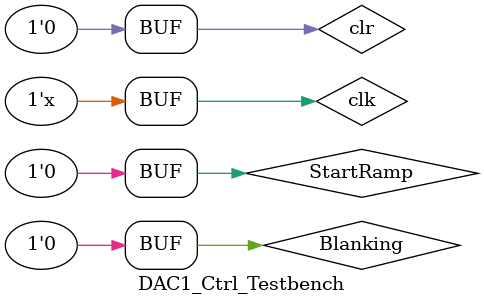
<source format=v>
/*
    DAC1_Ctrl_Testbench.v - DAC1 data generator controller test
        - expanded to test all DAC 1 data generator
*/    

/************************************************************
	Simulation system asserts hard "Clear" for first 100ns
************************************************************/	

`timescale 1ns / 1ps

module DAC1_Ctrl_Testbench;

    reg  clk;
    reg  clr;
    reg  Blanking = 0;
    reg  StartRamp = 0;
        
    wire DacBusy;
    wire CountEnable;
    wire RampDone;

    wire dac_trigger;
    wire LoadBlanking;
    wire LoadInitial;
    
    wire [9:0] RampCount;
    
    DAC1_Controller U1 (.Clock (clk),
                        .BeginBlanking (Blanking),
                        .StartRamp     (StartRamp),
                        .dac_busy      (DacBusy),
                        .CountEnable   (CountEnable),
                        .RampDone      (RampDone),
                        .dac_trigger   (dac_trigger),
                        .LoadBlanking  (LoadBlanking),
                        .LoadInitial   (LoadInitial));

    ClockDivider #(.Divisor (32))
        U2 (.FastClock (clk),  
            .Clear (clr),  
            .SlowClock (), 
		    .Pulse (CountEnable));

    RampCounter #(.BlankingLevel (10),
                  .RampInitial (50),
                  .RampFinal (75)) 
              U3 (.Clock (clk),
                  .Clear (clr),
                  .LoadBlanking (LoadBlanking),
                  .LoadInitial  (LoadInitial),
                  .Enable (CountEnable),
                  .RampDone (RampDone),
                  .Ramp (RampCount));
                     
    Mercury2_DAC_Sim_Wrapper #(.SettlingTime (1e-7))
                     U4 (.clk_50MHZ (clk),        // -- 50MHz onboard oscillator
                         .trigger (dac_trigger),   // -- assert to write Din to DAC
                         .channel (1'b0),    // -- 0 = DAC0/A, 1 = DAC1/B
                         .Din (RampCount), // -- data for DAC
                         .Busy (DacBusy), // -- busy signal during conversion process
                         .dac_csn (),
                         .dac_sdi (), 
                         .dac_ldac (), 
                         .dac_sck ());
                     
    
    
    //
    // test bench initializations
    //    
    initial
    begin
        $display ("module: %m");
//        $display ("U1.cordicOut, U1.windowOut, U1.multiplierOut, U1.subtracterOut, U1.dac_input");
//        $monitor($time, ": DATA: %d, %d, %d, %d, %d", U1.cordicOut, U1.windowOut, U1.multiplierOut, U1.subtracterOut, U1.dac_input); 

          clk = 1'b0;
          clr = 1'b1;
      #50 clr = 1'b0;
    end
    
    //
    // clock period
    //
    always
        #10 clk = ~clk; //toggle clk 
        
    //
    // test run
    //
    initial
    begin

        #115  Blanking = 1'b1;
        #20   Blanking = 1'b0;
         

        #200 StartRamp = 1;
        #20  StartRamp = 0;
         
        #20000 Blanking = 1'b1;
        #20   Blanking = 1'b0;
         

        #200 StartRamp = 1;
        #20  StartRamp = 0;
         
         
     //   #3000 $finish;                   
    end

endmodule

</source>
